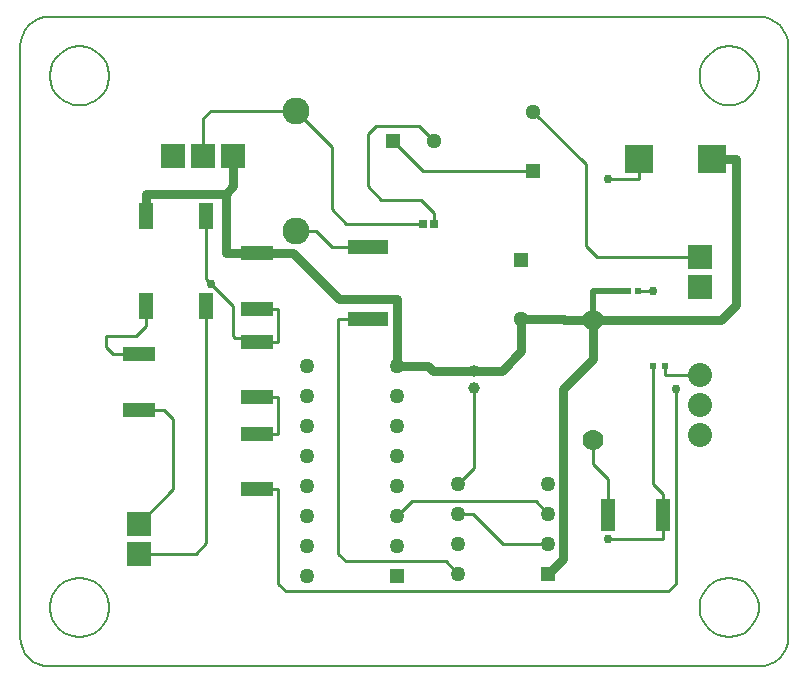
<source format=gbr>
G04 PROTEUS GERBER X2 FILE*
%TF.GenerationSoftware,Labcenter,Proteus,8.7-SP3-Build25561*%
%TF.CreationDate,2020-06-08T17:47:50+00:00*%
%TF.FileFunction,Copper,L1,Top*%
%TF.FilePolarity,Positive*%
%TF.Part,Single*%
%TF.SameCoordinates,{25e8a378-ae3c-4486-9c29-23821959b247}*%
%FSLAX45Y45*%
%MOMM*%
G01*
%TA.AperFunction,Conductor*%
%ADD10C,0.254000*%
%ADD11C,0.762000*%
%ADD12C,0.508000*%
%TA.AperFunction,ViaPad*%
%ADD13C,0.762000*%
%TA.AperFunction,ComponentPad*%
%ADD14R,2.032000X2.032000*%
%TA.AperFunction,SMDPad,CuDef*%
%ADD15R,2.692400X1.193800*%
%TA.AperFunction,ComponentPad*%
%ADD16C,2.032000*%
%TA.AperFunction,ComponentPad*%
%ADD17R,1.270000X1.270000*%
%ADD18C,1.270000*%
%TA.AperFunction,WasherPad*%
%ADD19R,1.280000X1.280000*%
%TA.AperFunction,ComponentPad*%
%ADD70C,1.280000*%
%TA.AperFunction,SMDPad,CuDef*%
%ADD71R,1.200000X2.200000*%
%TA.AperFunction,ComponentPad*%
%ADD20C,1.778000*%
%ADD21C,0.980000*%
%TA.AperFunction,SMDPad,CuDef*%
%ADD22R,2.362200X2.438400*%
%ADD23R,3.403600X1.244600*%
%TA.AperFunction,ComponentPad*%
%ADD24C,2.286000*%
%TA.AperFunction,SMDPad,CuDef*%
%ADD25R,1.193800X2.692400*%
%ADD26R,0.558800X0.609600*%
%ADD27R,0.609600X0.609600*%
%ADD28R,0.660400X0.660400*%
%TA.AperFunction,Profile*%
%ADD29C,0.203200*%
%TD.AperFunction*%
D10*
X-2794000Y+782000D02*
X-2901000Y+889000D01*
X-3746500Y+889000D01*
X-3810000Y+952500D01*
X-3810000Y+2945000D01*
X-3560000Y+2945000D01*
X-1651000Y+1917000D02*
X-1651000Y+1714500D01*
X-1528000Y+1591500D01*
X-1528000Y+1282000D01*
X-1524000Y+4127500D02*
X-1266000Y+4127500D01*
X-1266000Y+4298000D01*
X-1058000Y+1282000D02*
X-1058000Y+1460500D01*
X-1143000Y+1545500D01*
X-1143000Y+2540000D01*
X-1058000Y+1282000D02*
X-1058000Y+1079500D01*
X-1524000Y+1079500D01*
X-3310000Y+1274000D02*
X-3187000Y+1397000D01*
X-2139000Y+1397000D01*
X-2032000Y+1290000D01*
X-2032000Y+1036000D02*
X-2413000Y+1036000D01*
X-2667000Y+1290000D01*
X-2794000Y+1290000D01*
X-1143000Y+3175000D02*
X-1270000Y+3175000D01*
X-2794000Y+1544000D02*
X-2659000Y+1679000D01*
X-2659000Y+2354000D01*
X-4170000Y+4707000D02*
X-3864165Y+4401165D01*
X-3864165Y+3873500D01*
X-3740665Y+3750000D01*
X-3090000Y+3750000D01*
X-4170000Y+4707000D02*
X-4889500Y+4707000D01*
X-4953000Y+4643500D01*
X-4953000Y+4318000D01*
X-750000Y+2464000D02*
X-1043000Y+2464000D01*
X-1043000Y+2540000D01*
X-4889500Y+3238500D02*
X-4929000Y+3278000D01*
X-4929000Y+3813000D01*
X-2159000Y+4195000D02*
X-3096000Y+4195000D01*
X-3350000Y+4449000D01*
X-4699000Y+2794000D02*
X-4699000Y+3048000D01*
X-4889500Y+3238500D01*
X-4170000Y+3691000D02*
X-4000500Y+3691000D01*
X-3864500Y+3555000D01*
X-3560000Y+3555000D01*
X-4500000Y+2750000D02*
X-4500000Y+2781300D01*
X-4686300Y+2781300D01*
X-4699000Y+2794000D01*
X-4500000Y+2750000D02*
X-4318000Y+2750000D01*
X-4318000Y+3030000D01*
X-4500000Y+3030000D01*
X-5500000Y+956000D02*
X-5016500Y+956000D01*
X-4929000Y+1043500D01*
X-4929000Y+3053000D01*
X-5500000Y+2645000D02*
X-5715000Y+2645000D01*
X-5778500Y+2708500D01*
X-5778500Y+2794000D01*
X-5524500Y+2794000D01*
X-5437000Y+2881500D01*
X-5437000Y+3053000D01*
X-5500000Y+1210000D02*
X-5207000Y+1503000D01*
X-5207000Y+2095500D01*
X-5286500Y+2175000D01*
X-5500000Y+2175000D01*
X-2159000Y+4695000D02*
X-1714500Y+4250500D01*
X-1714500Y+3556000D01*
X-1622500Y+3464000D01*
X-750000Y+3464000D01*
X-3000000Y+4449000D02*
X-3123000Y+4572000D01*
X-3492500Y+4572000D01*
X-3556000Y+4508500D01*
X-3556000Y+4064000D01*
X-3443554Y+3951554D01*
X-3111500Y+3951554D01*
X-3000000Y+3840054D01*
X-3000000Y+3750000D01*
X-952500Y+2349500D02*
X-952500Y+698500D01*
X-1016000Y+635000D01*
X-4254500Y+635000D01*
X-4318000Y+698500D01*
X-4318000Y+1500000D01*
X-4500000Y+1500000D01*
X-4500000Y+2280000D02*
X-4318000Y+2280000D01*
X-4318000Y+1970000D01*
X-4500000Y+1970000D01*
D11*
X-1651000Y+2933000D02*
X-571500Y+2933000D01*
X-444500Y+3060000D01*
X-444500Y+4298000D01*
X-646000Y+4298000D01*
X-3310000Y+2544000D02*
X-3310000Y+3111500D01*
X-3802500Y+3111500D01*
X-4191000Y+3500000D01*
X-4500000Y+3500000D01*
X-1651000Y+2933000D02*
X-1651000Y+2603500D01*
X-1905000Y+2349500D01*
X-1905000Y+909000D01*
X-2032000Y+782000D01*
X-2262000Y+2945000D02*
X-2262000Y+2667000D01*
X-2425000Y+2504000D01*
X-2659000Y+2504000D01*
X-4762500Y+4000500D02*
X-5437000Y+4000500D01*
X-5437000Y+3813000D01*
X-4500000Y+3500000D02*
X-4762500Y+3500000D01*
X-4762500Y+4000500D01*
D12*
X-1651000Y+2933000D02*
X-1651000Y+3175000D01*
X-1360000Y+3175000D01*
D11*
X-3310000Y+2544000D02*
X-3048000Y+2544000D01*
X-3008000Y+2504000D01*
X-2659000Y+2504000D01*
X-2262000Y+2945000D02*
X-1905000Y+2945000D01*
X-1893000Y+2933000D01*
X-1651000Y+2933000D01*
X-4762500Y+4000500D02*
X-4699000Y+4064000D01*
X-4699000Y+4318000D01*
D13*
X-1524000Y+4127500D03*
X-1524000Y+1079500D03*
X-1143000Y+3175000D03*
X-4889500Y+3238500D03*
X-952500Y+2349500D03*
D14*
X-5500000Y+956000D03*
X-5500000Y+1210000D03*
D15*
X-5500000Y+2645000D03*
X-5500000Y+2175000D03*
D14*
X-750000Y+3210000D03*
X-750000Y+3464000D03*
D16*
X-750000Y+1956000D03*
X-750000Y+2464000D03*
X-750000Y+2210000D03*
D17*
X-3310000Y+766000D03*
D18*
X-3310000Y+1020000D03*
X-3310000Y+1274000D03*
X-3310000Y+1528000D03*
X-3310000Y+1782000D03*
X-3310000Y+2036000D03*
X-3310000Y+2290000D03*
X-3310000Y+2544000D03*
X-4072000Y+2544000D03*
X-4072000Y+2290000D03*
X-4072000Y+2036000D03*
X-4072000Y+1782000D03*
X-4072000Y+1528000D03*
X-4072000Y+1274000D03*
X-4072000Y+1020000D03*
X-4072000Y+766000D03*
D19*
X-2262000Y+3445000D03*
D70*
X-2262000Y+2945000D03*
D19*
X-2159000Y+4195000D03*
D70*
X-2159000Y+4695000D03*
D19*
X-3350000Y+4449000D03*
D70*
X-3000000Y+4449000D03*
D17*
X-2032000Y+782000D03*
D18*
X-2032000Y+1036000D03*
X-2032000Y+1290000D03*
X-2032000Y+1544000D03*
X-2794000Y+1544000D03*
X-2794000Y+1290000D03*
X-2794000Y+1036000D03*
X-2794000Y+782000D03*
D71*
X-4929000Y+3813000D03*
X-5437000Y+3813000D03*
X-4929000Y+3053000D03*
X-5437000Y+3053000D03*
D20*
X-1651000Y+2933000D03*
X-1651000Y+1917000D03*
D21*
X-2659000Y+2354000D03*
X-2659000Y+2504000D03*
D22*
X-1266000Y+4298000D03*
X-646000Y+4298000D03*
D23*
X-3560000Y+2945000D03*
X-3560000Y+3555000D03*
D24*
X-4170000Y+4707000D03*
X-4170000Y+3691000D03*
D14*
X-5207000Y+4318000D03*
X-4953000Y+4318000D03*
X-4699000Y+4318000D03*
D25*
X-1528000Y+1282000D03*
X-1058000Y+1282000D03*
D15*
X-4500000Y+3030000D03*
X-4500000Y+3500000D03*
D26*
X-1143000Y+2540000D03*
X-1043000Y+2540000D03*
D27*
X-1270000Y+3175000D03*
X-1360000Y+3175000D03*
D28*
X-3000000Y+3750000D03*
X-3090000Y+3750000D03*
D15*
X-4500000Y+2280000D03*
X-4500000Y+2750000D03*
X-4500000Y+1970000D03*
X-4500000Y+1500000D03*
D29*
X-6500000Y+250000D02*
X-6495026Y+198883D01*
X-6480713Y+151611D01*
X-6457977Y+109100D01*
X-6427734Y+72266D01*
X-6390900Y+42023D01*
X-6348389Y+19287D01*
X-6301117Y+4974D01*
X-6250000Y+0D01*
X-6500000Y+5250000D02*
X-6495026Y+5301117D01*
X-6480713Y+5348389D01*
X-6457977Y+5390900D01*
X-6427734Y+5427734D01*
X-6390900Y+5457977D01*
X-6348389Y+5480713D01*
X-6301117Y+5495026D01*
X-6250000Y+5500000D01*
X-250000Y+5500000D02*
X-198883Y+5495026D01*
X-151611Y+5480713D01*
X-109100Y+5457977D01*
X-72266Y+5427734D01*
X-42023Y+5390900D01*
X-19287Y+5348389D01*
X-4974Y+5301117D01*
X+0Y+5250000D01*
X-250000Y+0D02*
X-198883Y+4974D01*
X-151611Y+19287D01*
X-109100Y+42023D01*
X-72266Y+72266D01*
X-42023Y+109100D01*
X-19287Y+151611D01*
X-4974Y+198883D01*
X+0Y+250000D01*
X-5750000Y+5000000D02*
X-5750815Y+5020171D01*
X-5757434Y+5060514D01*
X-5771247Y+5100857D01*
X-5793693Y+5141200D01*
X-5827990Y+5181418D01*
X-5868333Y+5212518D01*
X-5908676Y+5232723D01*
X-5949019Y+5244747D01*
X-5989362Y+5249774D01*
X-6000000Y+5250000D01*
X-6250000Y+5000000D02*
X-6249185Y+5020171D01*
X-6242566Y+5060514D01*
X-6228753Y+5100857D01*
X-6206307Y+5141200D01*
X-6172010Y+5181418D01*
X-6131667Y+5212518D01*
X-6091324Y+5232723D01*
X-6050981Y+5244747D01*
X-6010638Y+5249774D01*
X-6000000Y+5250000D01*
X-6250000Y+5000000D02*
X-6249185Y+4979829D01*
X-6242566Y+4939486D01*
X-6228753Y+4899143D01*
X-6206307Y+4858800D01*
X-6172010Y+4818582D01*
X-6131667Y+4787482D01*
X-6091324Y+4767277D01*
X-6050981Y+4755253D01*
X-6010638Y+4750226D01*
X-6000000Y+4750000D01*
X-5750000Y+5000000D02*
X-5750815Y+4979829D01*
X-5757434Y+4939486D01*
X-5771247Y+4899143D01*
X-5793693Y+4858800D01*
X-5827990Y+4818582D01*
X-5868333Y+4787482D01*
X-5908676Y+4767277D01*
X-5949019Y+4755253D01*
X-5989362Y+4750226D01*
X-6000000Y+4750000D01*
X-250000Y+5000000D02*
X-250815Y+5020171D01*
X-257434Y+5060514D01*
X-271247Y+5100857D01*
X-293693Y+5141200D01*
X-327990Y+5181418D01*
X-368333Y+5212518D01*
X-408676Y+5232723D01*
X-449019Y+5244747D01*
X-489362Y+5249774D01*
X-500000Y+5250000D01*
X-750000Y+5000000D02*
X-749185Y+5020171D01*
X-742566Y+5060514D01*
X-728753Y+5100857D01*
X-706307Y+5141200D01*
X-672010Y+5181418D01*
X-631667Y+5212518D01*
X-591324Y+5232723D01*
X-550981Y+5244747D01*
X-510638Y+5249774D01*
X-500000Y+5250000D01*
X-750000Y+5000000D02*
X-749185Y+4979829D01*
X-742566Y+4939486D01*
X-728753Y+4899143D01*
X-706307Y+4858800D01*
X-672010Y+4818582D01*
X-631667Y+4787482D01*
X-591324Y+4767277D01*
X-550981Y+4755253D01*
X-510638Y+4750226D01*
X-500000Y+4750000D01*
X-250000Y+5000000D02*
X-250815Y+4979829D01*
X-257434Y+4939486D01*
X-271247Y+4899143D01*
X-293693Y+4858800D01*
X-327990Y+4818582D01*
X-368333Y+4787482D01*
X-408676Y+4767277D01*
X-449019Y+4755253D01*
X-489362Y+4750226D01*
X-500000Y+4750000D01*
X-250000Y+500000D02*
X-250815Y+520171D01*
X-257434Y+560514D01*
X-271247Y+600857D01*
X-293693Y+641200D01*
X-327990Y+681418D01*
X-368333Y+712518D01*
X-408676Y+732723D01*
X-449019Y+744747D01*
X-489362Y+749774D01*
X-500000Y+750000D01*
X-750000Y+500000D02*
X-749185Y+520171D01*
X-742566Y+560514D01*
X-728753Y+600857D01*
X-706307Y+641200D01*
X-672010Y+681418D01*
X-631667Y+712518D01*
X-591324Y+732723D01*
X-550981Y+744747D01*
X-510638Y+749774D01*
X-500000Y+750000D01*
X-750000Y+500000D02*
X-749185Y+479829D01*
X-742566Y+439486D01*
X-728753Y+399143D01*
X-706307Y+358800D01*
X-672010Y+318582D01*
X-631667Y+287482D01*
X-591324Y+267277D01*
X-550981Y+255253D01*
X-510638Y+250226D01*
X-500000Y+250000D01*
X-250000Y+500000D02*
X-250815Y+479829D01*
X-257434Y+439486D01*
X-271247Y+399143D01*
X-293693Y+358800D01*
X-327990Y+318582D01*
X-368333Y+287482D01*
X-408676Y+267277D01*
X-449019Y+255253D01*
X-489362Y+250226D01*
X-500000Y+250000D01*
X-5750000Y+500000D02*
X-5750815Y+520171D01*
X-5757434Y+560514D01*
X-5771247Y+600857D01*
X-5793693Y+641200D01*
X-5827990Y+681418D01*
X-5868333Y+712518D01*
X-5908676Y+732723D01*
X-5949019Y+744747D01*
X-5989362Y+749774D01*
X-6000000Y+750000D01*
X-6250000Y+500000D02*
X-6249185Y+520171D01*
X-6242566Y+560514D01*
X-6228753Y+600857D01*
X-6206307Y+641200D01*
X-6172010Y+681418D01*
X-6131667Y+712518D01*
X-6091324Y+732723D01*
X-6050981Y+744747D01*
X-6010638Y+749774D01*
X-6000000Y+750000D01*
X-6250000Y+500000D02*
X-6249185Y+479829D01*
X-6242566Y+439486D01*
X-6228753Y+399143D01*
X-6206307Y+358800D01*
X-6172010Y+318582D01*
X-6131667Y+287482D01*
X-6091324Y+267277D01*
X-6050981Y+255253D01*
X-6010638Y+250226D01*
X-6000000Y+250000D01*
X-5750000Y+500000D02*
X-5750815Y+479829D01*
X-5757434Y+439486D01*
X-5771247Y+399143D01*
X-5793693Y+358800D01*
X-5827990Y+318582D01*
X-5868333Y+287482D01*
X-5908676Y+267277D01*
X-5949019Y+255253D01*
X-5989362Y+250226D01*
X-6000000Y+250000D01*
X-6500000Y+250000D02*
X-6500000Y+5250000D01*
X-6250000Y+5500000D02*
X-250000Y+5500000D01*
X+0Y+5250000D02*
X+0Y+250000D01*
X-250000Y+0D02*
X-6250000Y+0D01*
M02*

</source>
